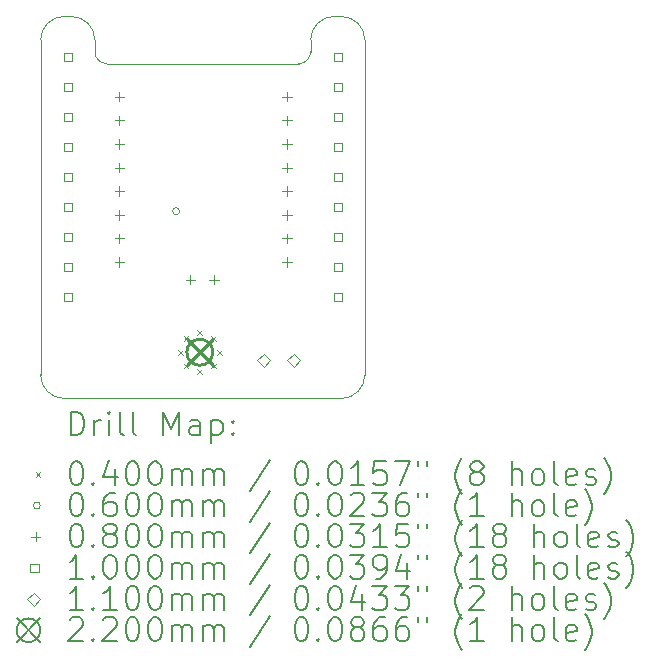
<source format=gbr>
%FSLAX45Y45*%
G04 Gerber Fmt 4.5, Leading zero omitted, Abs format (unit mm)*
G04 Created by KiCad (PCBNEW (6.0.2)) date 2022-09-29 23:54:31*
%MOMM*%
%LPD*%
G01*
G04 APERTURE LIST*
%TA.AperFunction,Profile*%
%ADD10C,0.050000*%
%TD*%
%ADD11C,0.200000*%
%ADD12C,0.040000*%
%ADD13C,0.060000*%
%ADD14C,0.080000*%
%ADD15C,0.100000*%
%ADD16C,0.110000*%
%ADD17C,0.220000*%
G04 APERTURE END LIST*
D10*
X13632000Y-9435000D02*
X13632000Y-6600000D01*
X14092000Y-6600000D02*
G75*
G03*
X13892000Y-6400000I-200000J0D01*
G01*
X16118000Y-6400000D02*
G75*
G03*
X15918000Y-6600000I0J-200000D01*
G01*
X16118000Y-6400000D02*
X16178000Y-6400000D01*
X14192000Y-6800000D02*
X15818000Y-6800000D01*
X14092000Y-6600000D02*
X14092000Y-6700000D01*
X16178000Y-9635000D02*
G75*
G03*
X16378000Y-9435000I0J200000D01*
G01*
X16378000Y-6600000D02*
G75*
G03*
X16178000Y-6400000I-200000J0D01*
G01*
X14092000Y-6700000D02*
G75*
G03*
X14192000Y-6800000I100000J0D01*
G01*
X15918000Y-6600000D02*
X15918000Y-6700000D01*
X13632000Y-9435000D02*
G75*
G03*
X13832000Y-9635000I200000J0D01*
G01*
X13832000Y-6400000D02*
X13892000Y-6400000D01*
X15818000Y-6800000D02*
G75*
G03*
X15918000Y-6700000I0J100000D01*
G01*
X16178000Y-9635000D02*
X13832000Y-9635000D01*
X13832000Y-6400000D02*
G75*
G03*
X13632000Y-6600000I0J-200000D01*
G01*
X16378000Y-6600000D02*
X16378000Y-9435000D01*
D11*
D12*
X14795000Y-9224000D02*
X14835000Y-9264000D01*
X14835000Y-9224000D02*
X14795000Y-9264000D01*
X14843327Y-9107327D02*
X14883327Y-9147327D01*
X14883327Y-9107327D02*
X14843327Y-9147327D01*
X14843327Y-9340673D02*
X14883327Y-9380673D01*
X14883327Y-9340673D02*
X14843327Y-9380673D01*
X14960000Y-9059000D02*
X15000000Y-9099000D01*
X15000000Y-9059000D02*
X14960000Y-9099000D01*
X14960000Y-9389000D02*
X15000000Y-9429000D01*
X15000000Y-9389000D02*
X14960000Y-9429000D01*
X15076673Y-9107327D02*
X15116673Y-9147327D01*
X15116673Y-9107327D02*
X15076673Y-9147327D01*
X15076673Y-9340673D02*
X15116673Y-9380673D01*
X15116673Y-9340673D02*
X15076673Y-9380673D01*
X15125000Y-9224000D02*
X15165000Y-9264000D01*
X15165000Y-9224000D02*
X15125000Y-9264000D01*
D13*
X14810000Y-8050000D02*
G75*
G03*
X14810000Y-8050000I-30000J0D01*
G01*
D14*
X14300000Y-7040000D02*
X14300000Y-7120000D01*
X14260000Y-7080000D02*
X14340000Y-7080000D01*
X14300000Y-7240000D02*
X14300000Y-7320000D01*
X14260000Y-7280000D02*
X14340000Y-7280000D01*
X14300000Y-7440000D02*
X14300000Y-7520000D01*
X14260000Y-7480000D02*
X14340000Y-7480000D01*
X14300000Y-7640000D02*
X14300000Y-7720000D01*
X14260000Y-7680000D02*
X14340000Y-7680000D01*
X14300000Y-7840000D02*
X14300000Y-7920000D01*
X14260000Y-7880000D02*
X14340000Y-7880000D01*
X14300000Y-8040000D02*
X14300000Y-8120000D01*
X14260000Y-8080000D02*
X14340000Y-8080000D01*
X14300000Y-8240000D02*
X14300000Y-8320000D01*
X14260000Y-8280000D02*
X14340000Y-8280000D01*
X14300000Y-8440000D02*
X14300000Y-8520000D01*
X14260000Y-8480000D02*
X14340000Y-8480000D01*
X14900000Y-8590000D02*
X14900000Y-8670000D01*
X14860000Y-8630000D02*
X14940000Y-8630000D01*
X15100000Y-8590000D02*
X15100000Y-8670000D01*
X15060000Y-8630000D02*
X15140000Y-8630000D01*
X15720000Y-7040000D02*
X15720000Y-7120000D01*
X15680000Y-7080000D02*
X15760000Y-7080000D01*
X15720000Y-7240000D02*
X15720000Y-7320000D01*
X15680000Y-7280000D02*
X15760000Y-7280000D01*
X15720000Y-7440000D02*
X15720000Y-7520000D01*
X15680000Y-7480000D02*
X15760000Y-7480000D01*
X15720000Y-7640000D02*
X15720000Y-7720000D01*
X15680000Y-7680000D02*
X15760000Y-7680000D01*
X15720000Y-7840000D02*
X15720000Y-7920000D01*
X15680000Y-7880000D02*
X15760000Y-7880000D01*
X15720000Y-8040000D02*
X15720000Y-8120000D01*
X15680000Y-8080000D02*
X15760000Y-8080000D01*
X15720000Y-8240000D02*
X15720000Y-8320000D01*
X15680000Y-8280000D02*
X15760000Y-8280000D01*
X15720000Y-8440000D02*
X15720000Y-8520000D01*
X15680000Y-8480000D02*
X15760000Y-8480000D01*
D15*
X13897356Y-6780356D02*
X13897356Y-6709644D01*
X13826644Y-6709644D01*
X13826644Y-6780356D01*
X13897356Y-6780356D01*
X13897356Y-7034356D02*
X13897356Y-6963644D01*
X13826644Y-6963644D01*
X13826644Y-7034356D01*
X13897356Y-7034356D01*
X13897356Y-7288356D02*
X13897356Y-7217644D01*
X13826644Y-7217644D01*
X13826644Y-7288356D01*
X13897356Y-7288356D01*
X13897356Y-7542356D02*
X13897356Y-7471644D01*
X13826644Y-7471644D01*
X13826644Y-7542356D01*
X13897356Y-7542356D01*
X13897356Y-7796356D02*
X13897356Y-7725644D01*
X13826644Y-7725644D01*
X13826644Y-7796356D01*
X13897356Y-7796356D01*
X13897356Y-8050356D02*
X13897356Y-7979644D01*
X13826644Y-7979644D01*
X13826644Y-8050356D01*
X13897356Y-8050356D01*
X13897356Y-8304356D02*
X13897356Y-8233644D01*
X13826644Y-8233644D01*
X13826644Y-8304356D01*
X13897356Y-8304356D01*
X13897356Y-8558356D02*
X13897356Y-8487644D01*
X13826644Y-8487644D01*
X13826644Y-8558356D01*
X13897356Y-8558356D01*
X13897356Y-8812356D02*
X13897356Y-8741644D01*
X13826644Y-8741644D01*
X13826644Y-8812356D01*
X13897356Y-8812356D01*
X16183356Y-6780356D02*
X16183356Y-6709644D01*
X16112644Y-6709644D01*
X16112644Y-6780356D01*
X16183356Y-6780356D01*
X16183356Y-7034356D02*
X16183356Y-6963644D01*
X16112644Y-6963644D01*
X16112644Y-7034356D01*
X16183356Y-7034356D01*
X16183356Y-7288356D02*
X16183356Y-7217644D01*
X16112644Y-7217644D01*
X16112644Y-7288356D01*
X16183356Y-7288356D01*
X16183356Y-7542356D02*
X16183356Y-7471644D01*
X16112644Y-7471644D01*
X16112644Y-7542356D01*
X16183356Y-7542356D01*
X16183356Y-7796356D02*
X16183356Y-7725644D01*
X16112644Y-7725644D01*
X16112644Y-7796356D01*
X16183356Y-7796356D01*
X16183356Y-8050356D02*
X16183356Y-7979644D01*
X16112644Y-7979644D01*
X16112644Y-8050356D01*
X16183356Y-8050356D01*
X16183356Y-8304356D02*
X16183356Y-8233644D01*
X16112644Y-8233644D01*
X16112644Y-8304356D01*
X16183356Y-8304356D01*
X16183356Y-8558356D02*
X16183356Y-8487644D01*
X16112644Y-8487644D01*
X16112644Y-8558356D01*
X16183356Y-8558356D01*
X16183356Y-8812356D02*
X16183356Y-8741644D01*
X16112644Y-8741644D01*
X16112644Y-8812356D01*
X16183356Y-8812356D01*
D16*
X15520000Y-9365000D02*
X15575000Y-9310000D01*
X15520000Y-9255000D01*
X15465000Y-9310000D01*
X15520000Y-9365000D01*
X15774000Y-9365000D02*
X15829000Y-9310000D01*
X15774000Y-9255000D01*
X15719000Y-9310000D01*
X15774000Y-9365000D01*
D17*
X14870000Y-9134000D02*
X15090000Y-9354000D01*
X15090000Y-9134000D02*
X14870000Y-9354000D01*
X15090000Y-9244000D02*
G75*
G03*
X15090000Y-9244000I-110000J0D01*
G01*
D11*
X13887119Y-9947976D02*
X13887119Y-9747976D01*
X13934738Y-9747976D01*
X13963309Y-9757500D01*
X13982357Y-9776548D01*
X13991881Y-9795595D01*
X14001405Y-9833690D01*
X14001405Y-9862262D01*
X13991881Y-9900357D01*
X13982357Y-9919405D01*
X13963309Y-9938452D01*
X13934738Y-9947976D01*
X13887119Y-9947976D01*
X14087119Y-9947976D02*
X14087119Y-9814643D01*
X14087119Y-9852738D02*
X14096643Y-9833690D01*
X14106167Y-9824167D01*
X14125214Y-9814643D01*
X14144262Y-9814643D01*
X14210928Y-9947976D02*
X14210928Y-9814643D01*
X14210928Y-9747976D02*
X14201405Y-9757500D01*
X14210928Y-9767024D01*
X14220452Y-9757500D01*
X14210928Y-9747976D01*
X14210928Y-9767024D01*
X14334738Y-9947976D02*
X14315690Y-9938452D01*
X14306167Y-9919405D01*
X14306167Y-9747976D01*
X14439500Y-9947976D02*
X14420452Y-9938452D01*
X14410928Y-9919405D01*
X14410928Y-9747976D01*
X14668071Y-9947976D02*
X14668071Y-9747976D01*
X14734738Y-9890833D01*
X14801405Y-9747976D01*
X14801405Y-9947976D01*
X14982357Y-9947976D02*
X14982357Y-9843214D01*
X14972833Y-9824167D01*
X14953786Y-9814643D01*
X14915690Y-9814643D01*
X14896643Y-9824167D01*
X14982357Y-9938452D02*
X14963309Y-9947976D01*
X14915690Y-9947976D01*
X14896643Y-9938452D01*
X14887119Y-9919405D01*
X14887119Y-9900357D01*
X14896643Y-9881310D01*
X14915690Y-9871786D01*
X14963309Y-9871786D01*
X14982357Y-9862262D01*
X15077595Y-9814643D02*
X15077595Y-10014643D01*
X15077595Y-9824167D02*
X15096643Y-9814643D01*
X15134738Y-9814643D01*
X15153786Y-9824167D01*
X15163309Y-9833690D01*
X15172833Y-9852738D01*
X15172833Y-9909881D01*
X15163309Y-9928929D01*
X15153786Y-9938452D01*
X15134738Y-9947976D01*
X15096643Y-9947976D01*
X15077595Y-9938452D01*
X15258548Y-9928929D02*
X15268071Y-9938452D01*
X15258548Y-9947976D01*
X15249024Y-9938452D01*
X15258548Y-9928929D01*
X15258548Y-9947976D01*
X15258548Y-9824167D02*
X15268071Y-9833690D01*
X15258548Y-9843214D01*
X15249024Y-9833690D01*
X15258548Y-9824167D01*
X15258548Y-9843214D01*
D12*
X13589500Y-10257500D02*
X13629500Y-10297500D01*
X13629500Y-10257500D02*
X13589500Y-10297500D01*
D11*
X13925214Y-10167976D02*
X13944262Y-10167976D01*
X13963309Y-10177500D01*
X13972833Y-10187024D01*
X13982357Y-10206071D01*
X13991881Y-10244167D01*
X13991881Y-10291786D01*
X13982357Y-10329881D01*
X13972833Y-10348929D01*
X13963309Y-10358452D01*
X13944262Y-10367976D01*
X13925214Y-10367976D01*
X13906167Y-10358452D01*
X13896643Y-10348929D01*
X13887119Y-10329881D01*
X13877595Y-10291786D01*
X13877595Y-10244167D01*
X13887119Y-10206071D01*
X13896643Y-10187024D01*
X13906167Y-10177500D01*
X13925214Y-10167976D01*
X14077595Y-10348929D02*
X14087119Y-10358452D01*
X14077595Y-10367976D01*
X14068071Y-10358452D01*
X14077595Y-10348929D01*
X14077595Y-10367976D01*
X14258548Y-10234643D02*
X14258548Y-10367976D01*
X14210928Y-10158452D02*
X14163309Y-10301310D01*
X14287119Y-10301310D01*
X14401405Y-10167976D02*
X14420452Y-10167976D01*
X14439500Y-10177500D01*
X14449024Y-10187024D01*
X14458548Y-10206071D01*
X14468071Y-10244167D01*
X14468071Y-10291786D01*
X14458548Y-10329881D01*
X14449024Y-10348929D01*
X14439500Y-10358452D01*
X14420452Y-10367976D01*
X14401405Y-10367976D01*
X14382357Y-10358452D01*
X14372833Y-10348929D01*
X14363309Y-10329881D01*
X14353786Y-10291786D01*
X14353786Y-10244167D01*
X14363309Y-10206071D01*
X14372833Y-10187024D01*
X14382357Y-10177500D01*
X14401405Y-10167976D01*
X14591881Y-10167976D02*
X14610928Y-10167976D01*
X14629976Y-10177500D01*
X14639500Y-10187024D01*
X14649024Y-10206071D01*
X14658548Y-10244167D01*
X14658548Y-10291786D01*
X14649024Y-10329881D01*
X14639500Y-10348929D01*
X14629976Y-10358452D01*
X14610928Y-10367976D01*
X14591881Y-10367976D01*
X14572833Y-10358452D01*
X14563309Y-10348929D01*
X14553786Y-10329881D01*
X14544262Y-10291786D01*
X14544262Y-10244167D01*
X14553786Y-10206071D01*
X14563309Y-10187024D01*
X14572833Y-10177500D01*
X14591881Y-10167976D01*
X14744262Y-10367976D02*
X14744262Y-10234643D01*
X14744262Y-10253690D02*
X14753786Y-10244167D01*
X14772833Y-10234643D01*
X14801405Y-10234643D01*
X14820452Y-10244167D01*
X14829976Y-10263214D01*
X14829976Y-10367976D01*
X14829976Y-10263214D02*
X14839500Y-10244167D01*
X14858548Y-10234643D01*
X14887119Y-10234643D01*
X14906167Y-10244167D01*
X14915690Y-10263214D01*
X14915690Y-10367976D01*
X15010928Y-10367976D02*
X15010928Y-10234643D01*
X15010928Y-10253690D02*
X15020452Y-10244167D01*
X15039500Y-10234643D01*
X15068071Y-10234643D01*
X15087119Y-10244167D01*
X15096643Y-10263214D01*
X15096643Y-10367976D01*
X15096643Y-10263214D02*
X15106167Y-10244167D01*
X15125214Y-10234643D01*
X15153786Y-10234643D01*
X15172833Y-10244167D01*
X15182357Y-10263214D01*
X15182357Y-10367976D01*
X15572833Y-10158452D02*
X15401405Y-10415595D01*
X15829976Y-10167976D02*
X15849024Y-10167976D01*
X15868071Y-10177500D01*
X15877595Y-10187024D01*
X15887119Y-10206071D01*
X15896643Y-10244167D01*
X15896643Y-10291786D01*
X15887119Y-10329881D01*
X15877595Y-10348929D01*
X15868071Y-10358452D01*
X15849024Y-10367976D01*
X15829976Y-10367976D01*
X15810928Y-10358452D01*
X15801405Y-10348929D01*
X15791881Y-10329881D01*
X15782357Y-10291786D01*
X15782357Y-10244167D01*
X15791881Y-10206071D01*
X15801405Y-10187024D01*
X15810928Y-10177500D01*
X15829976Y-10167976D01*
X15982357Y-10348929D02*
X15991881Y-10358452D01*
X15982357Y-10367976D01*
X15972833Y-10358452D01*
X15982357Y-10348929D01*
X15982357Y-10367976D01*
X16115690Y-10167976D02*
X16134738Y-10167976D01*
X16153786Y-10177500D01*
X16163309Y-10187024D01*
X16172833Y-10206071D01*
X16182357Y-10244167D01*
X16182357Y-10291786D01*
X16172833Y-10329881D01*
X16163309Y-10348929D01*
X16153786Y-10358452D01*
X16134738Y-10367976D01*
X16115690Y-10367976D01*
X16096643Y-10358452D01*
X16087119Y-10348929D01*
X16077595Y-10329881D01*
X16068071Y-10291786D01*
X16068071Y-10244167D01*
X16077595Y-10206071D01*
X16087119Y-10187024D01*
X16096643Y-10177500D01*
X16115690Y-10167976D01*
X16372833Y-10367976D02*
X16258548Y-10367976D01*
X16315690Y-10367976D02*
X16315690Y-10167976D01*
X16296643Y-10196548D01*
X16277595Y-10215595D01*
X16258548Y-10225119D01*
X16553786Y-10167976D02*
X16458548Y-10167976D01*
X16449024Y-10263214D01*
X16458548Y-10253690D01*
X16477595Y-10244167D01*
X16525214Y-10244167D01*
X16544262Y-10253690D01*
X16553786Y-10263214D01*
X16563309Y-10282262D01*
X16563309Y-10329881D01*
X16553786Y-10348929D01*
X16544262Y-10358452D01*
X16525214Y-10367976D01*
X16477595Y-10367976D01*
X16458548Y-10358452D01*
X16449024Y-10348929D01*
X16629976Y-10167976D02*
X16763309Y-10167976D01*
X16677595Y-10367976D01*
X16829976Y-10167976D02*
X16829976Y-10206071D01*
X16906167Y-10167976D02*
X16906167Y-10206071D01*
X17201405Y-10444167D02*
X17191881Y-10434643D01*
X17172833Y-10406071D01*
X17163310Y-10387024D01*
X17153786Y-10358452D01*
X17144262Y-10310833D01*
X17144262Y-10272738D01*
X17153786Y-10225119D01*
X17163310Y-10196548D01*
X17172833Y-10177500D01*
X17191881Y-10148929D01*
X17201405Y-10139405D01*
X17306167Y-10253690D02*
X17287119Y-10244167D01*
X17277595Y-10234643D01*
X17268071Y-10215595D01*
X17268071Y-10206071D01*
X17277595Y-10187024D01*
X17287119Y-10177500D01*
X17306167Y-10167976D01*
X17344262Y-10167976D01*
X17363310Y-10177500D01*
X17372833Y-10187024D01*
X17382357Y-10206071D01*
X17382357Y-10215595D01*
X17372833Y-10234643D01*
X17363310Y-10244167D01*
X17344262Y-10253690D01*
X17306167Y-10253690D01*
X17287119Y-10263214D01*
X17277595Y-10272738D01*
X17268071Y-10291786D01*
X17268071Y-10329881D01*
X17277595Y-10348929D01*
X17287119Y-10358452D01*
X17306167Y-10367976D01*
X17344262Y-10367976D01*
X17363310Y-10358452D01*
X17372833Y-10348929D01*
X17382357Y-10329881D01*
X17382357Y-10291786D01*
X17372833Y-10272738D01*
X17363310Y-10263214D01*
X17344262Y-10253690D01*
X17620452Y-10367976D02*
X17620452Y-10167976D01*
X17706167Y-10367976D02*
X17706167Y-10263214D01*
X17696643Y-10244167D01*
X17677595Y-10234643D01*
X17649024Y-10234643D01*
X17629976Y-10244167D01*
X17620452Y-10253690D01*
X17829976Y-10367976D02*
X17810929Y-10358452D01*
X17801405Y-10348929D01*
X17791881Y-10329881D01*
X17791881Y-10272738D01*
X17801405Y-10253690D01*
X17810929Y-10244167D01*
X17829976Y-10234643D01*
X17858548Y-10234643D01*
X17877595Y-10244167D01*
X17887119Y-10253690D01*
X17896643Y-10272738D01*
X17896643Y-10329881D01*
X17887119Y-10348929D01*
X17877595Y-10358452D01*
X17858548Y-10367976D01*
X17829976Y-10367976D01*
X18010929Y-10367976D02*
X17991881Y-10358452D01*
X17982357Y-10339405D01*
X17982357Y-10167976D01*
X18163310Y-10358452D02*
X18144262Y-10367976D01*
X18106167Y-10367976D01*
X18087119Y-10358452D01*
X18077595Y-10339405D01*
X18077595Y-10263214D01*
X18087119Y-10244167D01*
X18106167Y-10234643D01*
X18144262Y-10234643D01*
X18163310Y-10244167D01*
X18172833Y-10263214D01*
X18172833Y-10282262D01*
X18077595Y-10301310D01*
X18249024Y-10358452D02*
X18268071Y-10367976D01*
X18306167Y-10367976D01*
X18325214Y-10358452D01*
X18334738Y-10339405D01*
X18334738Y-10329881D01*
X18325214Y-10310833D01*
X18306167Y-10301310D01*
X18277595Y-10301310D01*
X18258548Y-10291786D01*
X18249024Y-10272738D01*
X18249024Y-10263214D01*
X18258548Y-10244167D01*
X18277595Y-10234643D01*
X18306167Y-10234643D01*
X18325214Y-10244167D01*
X18401405Y-10444167D02*
X18410929Y-10434643D01*
X18429976Y-10406071D01*
X18439500Y-10387024D01*
X18449024Y-10358452D01*
X18458548Y-10310833D01*
X18458548Y-10272738D01*
X18449024Y-10225119D01*
X18439500Y-10196548D01*
X18429976Y-10177500D01*
X18410929Y-10148929D01*
X18401405Y-10139405D01*
D13*
X13629500Y-10541500D02*
G75*
G03*
X13629500Y-10541500I-30000J0D01*
G01*
D11*
X13925214Y-10431976D02*
X13944262Y-10431976D01*
X13963309Y-10441500D01*
X13972833Y-10451024D01*
X13982357Y-10470071D01*
X13991881Y-10508167D01*
X13991881Y-10555786D01*
X13982357Y-10593881D01*
X13972833Y-10612929D01*
X13963309Y-10622452D01*
X13944262Y-10631976D01*
X13925214Y-10631976D01*
X13906167Y-10622452D01*
X13896643Y-10612929D01*
X13887119Y-10593881D01*
X13877595Y-10555786D01*
X13877595Y-10508167D01*
X13887119Y-10470071D01*
X13896643Y-10451024D01*
X13906167Y-10441500D01*
X13925214Y-10431976D01*
X14077595Y-10612929D02*
X14087119Y-10622452D01*
X14077595Y-10631976D01*
X14068071Y-10622452D01*
X14077595Y-10612929D01*
X14077595Y-10631976D01*
X14258548Y-10431976D02*
X14220452Y-10431976D01*
X14201405Y-10441500D01*
X14191881Y-10451024D01*
X14172833Y-10479595D01*
X14163309Y-10517690D01*
X14163309Y-10593881D01*
X14172833Y-10612929D01*
X14182357Y-10622452D01*
X14201405Y-10631976D01*
X14239500Y-10631976D01*
X14258548Y-10622452D01*
X14268071Y-10612929D01*
X14277595Y-10593881D01*
X14277595Y-10546262D01*
X14268071Y-10527214D01*
X14258548Y-10517690D01*
X14239500Y-10508167D01*
X14201405Y-10508167D01*
X14182357Y-10517690D01*
X14172833Y-10527214D01*
X14163309Y-10546262D01*
X14401405Y-10431976D02*
X14420452Y-10431976D01*
X14439500Y-10441500D01*
X14449024Y-10451024D01*
X14458548Y-10470071D01*
X14468071Y-10508167D01*
X14468071Y-10555786D01*
X14458548Y-10593881D01*
X14449024Y-10612929D01*
X14439500Y-10622452D01*
X14420452Y-10631976D01*
X14401405Y-10631976D01*
X14382357Y-10622452D01*
X14372833Y-10612929D01*
X14363309Y-10593881D01*
X14353786Y-10555786D01*
X14353786Y-10508167D01*
X14363309Y-10470071D01*
X14372833Y-10451024D01*
X14382357Y-10441500D01*
X14401405Y-10431976D01*
X14591881Y-10431976D02*
X14610928Y-10431976D01*
X14629976Y-10441500D01*
X14639500Y-10451024D01*
X14649024Y-10470071D01*
X14658548Y-10508167D01*
X14658548Y-10555786D01*
X14649024Y-10593881D01*
X14639500Y-10612929D01*
X14629976Y-10622452D01*
X14610928Y-10631976D01*
X14591881Y-10631976D01*
X14572833Y-10622452D01*
X14563309Y-10612929D01*
X14553786Y-10593881D01*
X14544262Y-10555786D01*
X14544262Y-10508167D01*
X14553786Y-10470071D01*
X14563309Y-10451024D01*
X14572833Y-10441500D01*
X14591881Y-10431976D01*
X14744262Y-10631976D02*
X14744262Y-10498643D01*
X14744262Y-10517690D02*
X14753786Y-10508167D01*
X14772833Y-10498643D01*
X14801405Y-10498643D01*
X14820452Y-10508167D01*
X14829976Y-10527214D01*
X14829976Y-10631976D01*
X14829976Y-10527214D02*
X14839500Y-10508167D01*
X14858548Y-10498643D01*
X14887119Y-10498643D01*
X14906167Y-10508167D01*
X14915690Y-10527214D01*
X14915690Y-10631976D01*
X15010928Y-10631976D02*
X15010928Y-10498643D01*
X15010928Y-10517690D02*
X15020452Y-10508167D01*
X15039500Y-10498643D01*
X15068071Y-10498643D01*
X15087119Y-10508167D01*
X15096643Y-10527214D01*
X15096643Y-10631976D01*
X15096643Y-10527214D02*
X15106167Y-10508167D01*
X15125214Y-10498643D01*
X15153786Y-10498643D01*
X15172833Y-10508167D01*
X15182357Y-10527214D01*
X15182357Y-10631976D01*
X15572833Y-10422452D02*
X15401405Y-10679595D01*
X15829976Y-10431976D02*
X15849024Y-10431976D01*
X15868071Y-10441500D01*
X15877595Y-10451024D01*
X15887119Y-10470071D01*
X15896643Y-10508167D01*
X15896643Y-10555786D01*
X15887119Y-10593881D01*
X15877595Y-10612929D01*
X15868071Y-10622452D01*
X15849024Y-10631976D01*
X15829976Y-10631976D01*
X15810928Y-10622452D01*
X15801405Y-10612929D01*
X15791881Y-10593881D01*
X15782357Y-10555786D01*
X15782357Y-10508167D01*
X15791881Y-10470071D01*
X15801405Y-10451024D01*
X15810928Y-10441500D01*
X15829976Y-10431976D01*
X15982357Y-10612929D02*
X15991881Y-10622452D01*
X15982357Y-10631976D01*
X15972833Y-10622452D01*
X15982357Y-10612929D01*
X15982357Y-10631976D01*
X16115690Y-10431976D02*
X16134738Y-10431976D01*
X16153786Y-10441500D01*
X16163309Y-10451024D01*
X16172833Y-10470071D01*
X16182357Y-10508167D01*
X16182357Y-10555786D01*
X16172833Y-10593881D01*
X16163309Y-10612929D01*
X16153786Y-10622452D01*
X16134738Y-10631976D01*
X16115690Y-10631976D01*
X16096643Y-10622452D01*
X16087119Y-10612929D01*
X16077595Y-10593881D01*
X16068071Y-10555786D01*
X16068071Y-10508167D01*
X16077595Y-10470071D01*
X16087119Y-10451024D01*
X16096643Y-10441500D01*
X16115690Y-10431976D01*
X16258548Y-10451024D02*
X16268071Y-10441500D01*
X16287119Y-10431976D01*
X16334738Y-10431976D01*
X16353786Y-10441500D01*
X16363309Y-10451024D01*
X16372833Y-10470071D01*
X16372833Y-10489119D01*
X16363309Y-10517690D01*
X16249024Y-10631976D01*
X16372833Y-10631976D01*
X16439500Y-10431976D02*
X16563309Y-10431976D01*
X16496643Y-10508167D01*
X16525214Y-10508167D01*
X16544262Y-10517690D01*
X16553786Y-10527214D01*
X16563309Y-10546262D01*
X16563309Y-10593881D01*
X16553786Y-10612929D01*
X16544262Y-10622452D01*
X16525214Y-10631976D01*
X16468071Y-10631976D01*
X16449024Y-10622452D01*
X16439500Y-10612929D01*
X16734738Y-10431976D02*
X16696643Y-10431976D01*
X16677595Y-10441500D01*
X16668071Y-10451024D01*
X16649024Y-10479595D01*
X16639500Y-10517690D01*
X16639500Y-10593881D01*
X16649024Y-10612929D01*
X16658548Y-10622452D01*
X16677595Y-10631976D01*
X16715690Y-10631976D01*
X16734738Y-10622452D01*
X16744262Y-10612929D01*
X16753786Y-10593881D01*
X16753786Y-10546262D01*
X16744262Y-10527214D01*
X16734738Y-10517690D01*
X16715690Y-10508167D01*
X16677595Y-10508167D01*
X16658548Y-10517690D01*
X16649024Y-10527214D01*
X16639500Y-10546262D01*
X16829976Y-10431976D02*
X16829976Y-10470071D01*
X16906167Y-10431976D02*
X16906167Y-10470071D01*
X17201405Y-10708167D02*
X17191881Y-10698643D01*
X17172833Y-10670071D01*
X17163310Y-10651024D01*
X17153786Y-10622452D01*
X17144262Y-10574833D01*
X17144262Y-10536738D01*
X17153786Y-10489119D01*
X17163310Y-10460548D01*
X17172833Y-10441500D01*
X17191881Y-10412929D01*
X17201405Y-10403405D01*
X17382357Y-10631976D02*
X17268071Y-10631976D01*
X17325214Y-10631976D02*
X17325214Y-10431976D01*
X17306167Y-10460548D01*
X17287119Y-10479595D01*
X17268071Y-10489119D01*
X17620452Y-10631976D02*
X17620452Y-10431976D01*
X17706167Y-10631976D02*
X17706167Y-10527214D01*
X17696643Y-10508167D01*
X17677595Y-10498643D01*
X17649024Y-10498643D01*
X17629976Y-10508167D01*
X17620452Y-10517690D01*
X17829976Y-10631976D02*
X17810929Y-10622452D01*
X17801405Y-10612929D01*
X17791881Y-10593881D01*
X17791881Y-10536738D01*
X17801405Y-10517690D01*
X17810929Y-10508167D01*
X17829976Y-10498643D01*
X17858548Y-10498643D01*
X17877595Y-10508167D01*
X17887119Y-10517690D01*
X17896643Y-10536738D01*
X17896643Y-10593881D01*
X17887119Y-10612929D01*
X17877595Y-10622452D01*
X17858548Y-10631976D01*
X17829976Y-10631976D01*
X18010929Y-10631976D02*
X17991881Y-10622452D01*
X17982357Y-10603405D01*
X17982357Y-10431976D01*
X18163310Y-10622452D02*
X18144262Y-10631976D01*
X18106167Y-10631976D01*
X18087119Y-10622452D01*
X18077595Y-10603405D01*
X18077595Y-10527214D01*
X18087119Y-10508167D01*
X18106167Y-10498643D01*
X18144262Y-10498643D01*
X18163310Y-10508167D01*
X18172833Y-10527214D01*
X18172833Y-10546262D01*
X18077595Y-10565310D01*
X18239500Y-10708167D02*
X18249024Y-10698643D01*
X18268071Y-10670071D01*
X18277595Y-10651024D01*
X18287119Y-10622452D01*
X18296643Y-10574833D01*
X18296643Y-10536738D01*
X18287119Y-10489119D01*
X18277595Y-10460548D01*
X18268071Y-10441500D01*
X18249024Y-10412929D01*
X18239500Y-10403405D01*
D14*
X13589500Y-10765500D02*
X13589500Y-10845500D01*
X13549500Y-10805500D02*
X13629500Y-10805500D01*
D11*
X13925214Y-10695976D02*
X13944262Y-10695976D01*
X13963309Y-10705500D01*
X13972833Y-10715024D01*
X13982357Y-10734071D01*
X13991881Y-10772167D01*
X13991881Y-10819786D01*
X13982357Y-10857881D01*
X13972833Y-10876929D01*
X13963309Y-10886452D01*
X13944262Y-10895976D01*
X13925214Y-10895976D01*
X13906167Y-10886452D01*
X13896643Y-10876929D01*
X13887119Y-10857881D01*
X13877595Y-10819786D01*
X13877595Y-10772167D01*
X13887119Y-10734071D01*
X13896643Y-10715024D01*
X13906167Y-10705500D01*
X13925214Y-10695976D01*
X14077595Y-10876929D02*
X14087119Y-10886452D01*
X14077595Y-10895976D01*
X14068071Y-10886452D01*
X14077595Y-10876929D01*
X14077595Y-10895976D01*
X14201405Y-10781690D02*
X14182357Y-10772167D01*
X14172833Y-10762643D01*
X14163309Y-10743595D01*
X14163309Y-10734071D01*
X14172833Y-10715024D01*
X14182357Y-10705500D01*
X14201405Y-10695976D01*
X14239500Y-10695976D01*
X14258548Y-10705500D01*
X14268071Y-10715024D01*
X14277595Y-10734071D01*
X14277595Y-10743595D01*
X14268071Y-10762643D01*
X14258548Y-10772167D01*
X14239500Y-10781690D01*
X14201405Y-10781690D01*
X14182357Y-10791214D01*
X14172833Y-10800738D01*
X14163309Y-10819786D01*
X14163309Y-10857881D01*
X14172833Y-10876929D01*
X14182357Y-10886452D01*
X14201405Y-10895976D01*
X14239500Y-10895976D01*
X14258548Y-10886452D01*
X14268071Y-10876929D01*
X14277595Y-10857881D01*
X14277595Y-10819786D01*
X14268071Y-10800738D01*
X14258548Y-10791214D01*
X14239500Y-10781690D01*
X14401405Y-10695976D02*
X14420452Y-10695976D01*
X14439500Y-10705500D01*
X14449024Y-10715024D01*
X14458548Y-10734071D01*
X14468071Y-10772167D01*
X14468071Y-10819786D01*
X14458548Y-10857881D01*
X14449024Y-10876929D01*
X14439500Y-10886452D01*
X14420452Y-10895976D01*
X14401405Y-10895976D01*
X14382357Y-10886452D01*
X14372833Y-10876929D01*
X14363309Y-10857881D01*
X14353786Y-10819786D01*
X14353786Y-10772167D01*
X14363309Y-10734071D01*
X14372833Y-10715024D01*
X14382357Y-10705500D01*
X14401405Y-10695976D01*
X14591881Y-10695976D02*
X14610928Y-10695976D01*
X14629976Y-10705500D01*
X14639500Y-10715024D01*
X14649024Y-10734071D01*
X14658548Y-10772167D01*
X14658548Y-10819786D01*
X14649024Y-10857881D01*
X14639500Y-10876929D01*
X14629976Y-10886452D01*
X14610928Y-10895976D01*
X14591881Y-10895976D01*
X14572833Y-10886452D01*
X14563309Y-10876929D01*
X14553786Y-10857881D01*
X14544262Y-10819786D01*
X14544262Y-10772167D01*
X14553786Y-10734071D01*
X14563309Y-10715024D01*
X14572833Y-10705500D01*
X14591881Y-10695976D01*
X14744262Y-10895976D02*
X14744262Y-10762643D01*
X14744262Y-10781690D02*
X14753786Y-10772167D01*
X14772833Y-10762643D01*
X14801405Y-10762643D01*
X14820452Y-10772167D01*
X14829976Y-10791214D01*
X14829976Y-10895976D01*
X14829976Y-10791214D02*
X14839500Y-10772167D01*
X14858548Y-10762643D01*
X14887119Y-10762643D01*
X14906167Y-10772167D01*
X14915690Y-10791214D01*
X14915690Y-10895976D01*
X15010928Y-10895976D02*
X15010928Y-10762643D01*
X15010928Y-10781690D02*
X15020452Y-10772167D01*
X15039500Y-10762643D01*
X15068071Y-10762643D01*
X15087119Y-10772167D01*
X15096643Y-10791214D01*
X15096643Y-10895976D01*
X15096643Y-10791214D02*
X15106167Y-10772167D01*
X15125214Y-10762643D01*
X15153786Y-10762643D01*
X15172833Y-10772167D01*
X15182357Y-10791214D01*
X15182357Y-10895976D01*
X15572833Y-10686452D02*
X15401405Y-10943595D01*
X15829976Y-10695976D02*
X15849024Y-10695976D01*
X15868071Y-10705500D01*
X15877595Y-10715024D01*
X15887119Y-10734071D01*
X15896643Y-10772167D01*
X15896643Y-10819786D01*
X15887119Y-10857881D01*
X15877595Y-10876929D01*
X15868071Y-10886452D01*
X15849024Y-10895976D01*
X15829976Y-10895976D01*
X15810928Y-10886452D01*
X15801405Y-10876929D01*
X15791881Y-10857881D01*
X15782357Y-10819786D01*
X15782357Y-10772167D01*
X15791881Y-10734071D01*
X15801405Y-10715024D01*
X15810928Y-10705500D01*
X15829976Y-10695976D01*
X15982357Y-10876929D02*
X15991881Y-10886452D01*
X15982357Y-10895976D01*
X15972833Y-10886452D01*
X15982357Y-10876929D01*
X15982357Y-10895976D01*
X16115690Y-10695976D02*
X16134738Y-10695976D01*
X16153786Y-10705500D01*
X16163309Y-10715024D01*
X16172833Y-10734071D01*
X16182357Y-10772167D01*
X16182357Y-10819786D01*
X16172833Y-10857881D01*
X16163309Y-10876929D01*
X16153786Y-10886452D01*
X16134738Y-10895976D01*
X16115690Y-10895976D01*
X16096643Y-10886452D01*
X16087119Y-10876929D01*
X16077595Y-10857881D01*
X16068071Y-10819786D01*
X16068071Y-10772167D01*
X16077595Y-10734071D01*
X16087119Y-10715024D01*
X16096643Y-10705500D01*
X16115690Y-10695976D01*
X16249024Y-10695976D02*
X16372833Y-10695976D01*
X16306167Y-10772167D01*
X16334738Y-10772167D01*
X16353786Y-10781690D01*
X16363309Y-10791214D01*
X16372833Y-10810262D01*
X16372833Y-10857881D01*
X16363309Y-10876929D01*
X16353786Y-10886452D01*
X16334738Y-10895976D01*
X16277595Y-10895976D01*
X16258548Y-10886452D01*
X16249024Y-10876929D01*
X16563309Y-10895976D02*
X16449024Y-10895976D01*
X16506167Y-10895976D02*
X16506167Y-10695976D01*
X16487119Y-10724548D01*
X16468071Y-10743595D01*
X16449024Y-10753119D01*
X16744262Y-10695976D02*
X16649024Y-10695976D01*
X16639500Y-10791214D01*
X16649024Y-10781690D01*
X16668071Y-10772167D01*
X16715690Y-10772167D01*
X16734738Y-10781690D01*
X16744262Y-10791214D01*
X16753786Y-10810262D01*
X16753786Y-10857881D01*
X16744262Y-10876929D01*
X16734738Y-10886452D01*
X16715690Y-10895976D01*
X16668071Y-10895976D01*
X16649024Y-10886452D01*
X16639500Y-10876929D01*
X16829976Y-10695976D02*
X16829976Y-10734071D01*
X16906167Y-10695976D02*
X16906167Y-10734071D01*
X17201405Y-10972167D02*
X17191881Y-10962643D01*
X17172833Y-10934071D01*
X17163310Y-10915024D01*
X17153786Y-10886452D01*
X17144262Y-10838833D01*
X17144262Y-10800738D01*
X17153786Y-10753119D01*
X17163310Y-10724548D01*
X17172833Y-10705500D01*
X17191881Y-10676929D01*
X17201405Y-10667405D01*
X17382357Y-10895976D02*
X17268071Y-10895976D01*
X17325214Y-10895976D02*
X17325214Y-10695976D01*
X17306167Y-10724548D01*
X17287119Y-10743595D01*
X17268071Y-10753119D01*
X17496643Y-10781690D02*
X17477595Y-10772167D01*
X17468071Y-10762643D01*
X17458548Y-10743595D01*
X17458548Y-10734071D01*
X17468071Y-10715024D01*
X17477595Y-10705500D01*
X17496643Y-10695976D01*
X17534738Y-10695976D01*
X17553786Y-10705500D01*
X17563310Y-10715024D01*
X17572833Y-10734071D01*
X17572833Y-10743595D01*
X17563310Y-10762643D01*
X17553786Y-10772167D01*
X17534738Y-10781690D01*
X17496643Y-10781690D01*
X17477595Y-10791214D01*
X17468071Y-10800738D01*
X17458548Y-10819786D01*
X17458548Y-10857881D01*
X17468071Y-10876929D01*
X17477595Y-10886452D01*
X17496643Y-10895976D01*
X17534738Y-10895976D01*
X17553786Y-10886452D01*
X17563310Y-10876929D01*
X17572833Y-10857881D01*
X17572833Y-10819786D01*
X17563310Y-10800738D01*
X17553786Y-10791214D01*
X17534738Y-10781690D01*
X17810929Y-10895976D02*
X17810929Y-10695976D01*
X17896643Y-10895976D02*
X17896643Y-10791214D01*
X17887119Y-10772167D01*
X17868071Y-10762643D01*
X17839500Y-10762643D01*
X17820452Y-10772167D01*
X17810929Y-10781690D01*
X18020452Y-10895976D02*
X18001405Y-10886452D01*
X17991881Y-10876929D01*
X17982357Y-10857881D01*
X17982357Y-10800738D01*
X17991881Y-10781690D01*
X18001405Y-10772167D01*
X18020452Y-10762643D01*
X18049024Y-10762643D01*
X18068071Y-10772167D01*
X18077595Y-10781690D01*
X18087119Y-10800738D01*
X18087119Y-10857881D01*
X18077595Y-10876929D01*
X18068071Y-10886452D01*
X18049024Y-10895976D01*
X18020452Y-10895976D01*
X18201405Y-10895976D02*
X18182357Y-10886452D01*
X18172833Y-10867405D01*
X18172833Y-10695976D01*
X18353786Y-10886452D02*
X18334738Y-10895976D01*
X18296643Y-10895976D01*
X18277595Y-10886452D01*
X18268071Y-10867405D01*
X18268071Y-10791214D01*
X18277595Y-10772167D01*
X18296643Y-10762643D01*
X18334738Y-10762643D01*
X18353786Y-10772167D01*
X18363310Y-10791214D01*
X18363310Y-10810262D01*
X18268071Y-10829310D01*
X18439500Y-10886452D02*
X18458548Y-10895976D01*
X18496643Y-10895976D01*
X18515690Y-10886452D01*
X18525214Y-10867405D01*
X18525214Y-10857881D01*
X18515690Y-10838833D01*
X18496643Y-10829310D01*
X18468071Y-10829310D01*
X18449024Y-10819786D01*
X18439500Y-10800738D01*
X18439500Y-10791214D01*
X18449024Y-10772167D01*
X18468071Y-10762643D01*
X18496643Y-10762643D01*
X18515690Y-10772167D01*
X18591881Y-10972167D02*
X18601405Y-10962643D01*
X18620452Y-10934071D01*
X18629976Y-10915024D01*
X18639500Y-10886452D01*
X18649024Y-10838833D01*
X18649024Y-10800738D01*
X18639500Y-10753119D01*
X18629976Y-10724548D01*
X18620452Y-10705500D01*
X18601405Y-10676929D01*
X18591881Y-10667405D01*
D15*
X13614856Y-11104856D02*
X13614856Y-11034144D01*
X13544144Y-11034144D01*
X13544144Y-11104856D01*
X13614856Y-11104856D01*
D11*
X13991881Y-11159976D02*
X13877595Y-11159976D01*
X13934738Y-11159976D02*
X13934738Y-10959976D01*
X13915690Y-10988548D01*
X13896643Y-11007595D01*
X13877595Y-11017119D01*
X14077595Y-11140929D02*
X14087119Y-11150452D01*
X14077595Y-11159976D01*
X14068071Y-11150452D01*
X14077595Y-11140929D01*
X14077595Y-11159976D01*
X14210928Y-10959976D02*
X14229976Y-10959976D01*
X14249024Y-10969500D01*
X14258548Y-10979024D01*
X14268071Y-10998071D01*
X14277595Y-11036167D01*
X14277595Y-11083786D01*
X14268071Y-11121881D01*
X14258548Y-11140929D01*
X14249024Y-11150452D01*
X14229976Y-11159976D01*
X14210928Y-11159976D01*
X14191881Y-11150452D01*
X14182357Y-11140929D01*
X14172833Y-11121881D01*
X14163309Y-11083786D01*
X14163309Y-11036167D01*
X14172833Y-10998071D01*
X14182357Y-10979024D01*
X14191881Y-10969500D01*
X14210928Y-10959976D01*
X14401405Y-10959976D02*
X14420452Y-10959976D01*
X14439500Y-10969500D01*
X14449024Y-10979024D01*
X14458548Y-10998071D01*
X14468071Y-11036167D01*
X14468071Y-11083786D01*
X14458548Y-11121881D01*
X14449024Y-11140929D01*
X14439500Y-11150452D01*
X14420452Y-11159976D01*
X14401405Y-11159976D01*
X14382357Y-11150452D01*
X14372833Y-11140929D01*
X14363309Y-11121881D01*
X14353786Y-11083786D01*
X14353786Y-11036167D01*
X14363309Y-10998071D01*
X14372833Y-10979024D01*
X14382357Y-10969500D01*
X14401405Y-10959976D01*
X14591881Y-10959976D02*
X14610928Y-10959976D01*
X14629976Y-10969500D01*
X14639500Y-10979024D01*
X14649024Y-10998071D01*
X14658548Y-11036167D01*
X14658548Y-11083786D01*
X14649024Y-11121881D01*
X14639500Y-11140929D01*
X14629976Y-11150452D01*
X14610928Y-11159976D01*
X14591881Y-11159976D01*
X14572833Y-11150452D01*
X14563309Y-11140929D01*
X14553786Y-11121881D01*
X14544262Y-11083786D01*
X14544262Y-11036167D01*
X14553786Y-10998071D01*
X14563309Y-10979024D01*
X14572833Y-10969500D01*
X14591881Y-10959976D01*
X14744262Y-11159976D02*
X14744262Y-11026643D01*
X14744262Y-11045690D02*
X14753786Y-11036167D01*
X14772833Y-11026643D01*
X14801405Y-11026643D01*
X14820452Y-11036167D01*
X14829976Y-11055214D01*
X14829976Y-11159976D01*
X14829976Y-11055214D02*
X14839500Y-11036167D01*
X14858548Y-11026643D01*
X14887119Y-11026643D01*
X14906167Y-11036167D01*
X14915690Y-11055214D01*
X14915690Y-11159976D01*
X15010928Y-11159976D02*
X15010928Y-11026643D01*
X15010928Y-11045690D02*
X15020452Y-11036167D01*
X15039500Y-11026643D01*
X15068071Y-11026643D01*
X15087119Y-11036167D01*
X15096643Y-11055214D01*
X15096643Y-11159976D01*
X15096643Y-11055214D02*
X15106167Y-11036167D01*
X15125214Y-11026643D01*
X15153786Y-11026643D01*
X15172833Y-11036167D01*
X15182357Y-11055214D01*
X15182357Y-11159976D01*
X15572833Y-10950452D02*
X15401405Y-11207595D01*
X15829976Y-10959976D02*
X15849024Y-10959976D01*
X15868071Y-10969500D01*
X15877595Y-10979024D01*
X15887119Y-10998071D01*
X15896643Y-11036167D01*
X15896643Y-11083786D01*
X15887119Y-11121881D01*
X15877595Y-11140929D01*
X15868071Y-11150452D01*
X15849024Y-11159976D01*
X15829976Y-11159976D01*
X15810928Y-11150452D01*
X15801405Y-11140929D01*
X15791881Y-11121881D01*
X15782357Y-11083786D01*
X15782357Y-11036167D01*
X15791881Y-10998071D01*
X15801405Y-10979024D01*
X15810928Y-10969500D01*
X15829976Y-10959976D01*
X15982357Y-11140929D02*
X15991881Y-11150452D01*
X15982357Y-11159976D01*
X15972833Y-11150452D01*
X15982357Y-11140929D01*
X15982357Y-11159976D01*
X16115690Y-10959976D02*
X16134738Y-10959976D01*
X16153786Y-10969500D01*
X16163309Y-10979024D01*
X16172833Y-10998071D01*
X16182357Y-11036167D01*
X16182357Y-11083786D01*
X16172833Y-11121881D01*
X16163309Y-11140929D01*
X16153786Y-11150452D01*
X16134738Y-11159976D01*
X16115690Y-11159976D01*
X16096643Y-11150452D01*
X16087119Y-11140929D01*
X16077595Y-11121881D01*
X16068071Y-11083786D01*
X16068071Y-11036167D01*
X16077595Y-10998071D01*
X16087119Y-10979024D01*
X16096643Y-10969500D01*
X16115690Y-10959976D01*
X16249024Y-10959976D02*
X16372833Y-10959976D01*
X16306167Y-11036167D01*
X16334738Y-11036167D01*
X16353786Y-11045690D01*
X16363309Y-11055214D01*
X16372833Y-11074262D01*
X16372833Y-11121881D01*
X16363309Y-11140929D01*
X16353786Y-11150452D01*
X16334738Y-11159976D01*
X16277595Y-11159976D01*
X16258548Y-11150452D01*
X16249024Y-11140929D01*
X16468071Y-11159976D02*
X16506167Y-11159976D01*
X16525214Y-11150452D01*
X16534738Y-11140929D01*
X16553786Y-11112357D01*
X16563309Y-11074262D01*
X16563309Y-10998071D01*
X16553786Y-10979024D01*
X16544262Y-10969500D01*
X16525214Y-10959976D01*
X16487119Y-10959976D01*
X16468071Y-10969500D01*
X16458548Y-10979024D01*
X16449024Y-10998071D01*
X16449024Y-11045690D01*
X16458548Y-11064738D01*
X16468071Y-11074262D01*
X16487119Y-11083786D01*
X16525214Y-11083786D01*
X16544262Y-11074262D01*
X16553786Y-11064738D01*
X16563309Y-11045690D01*
X16734738Y-11026643D02*
X16734738Y-11159976D01*
X16687119Y-10950452D02*
X16639500Y-11093310D01*
X16763309Y-11093310D01*
X16829976Y-10959976D02*
X16829976Y-10998071D01*
X16906167Y-10959976D02*
X16906167Y-10998071D01*
X17201405Y-11236167D02*
X17191881Y-11226643D01*
X17172833Y-11198071D01*
X17163310Y-11179024D01*
X17153786Y-11150452D01*
X17144262Y-11102833D01*
X17144262Y-11064738D01*
X17153786Y-11017119D01*
X17163310Y-10988548D01*
X17172833Y-10969500D01*
X17191881Y-10940929D01*
X17201405Y-10931405D01*
X17382357Y-11159976D02*
X17268071Y-11159976D01*
X17325214Y-11159976D02*
X17325214Y-10959976D01*
X17306167Y-10988548D01*
X17287119Y-11007595D01*
X17268071Y-11017119D01*
X17496643Y-11045690D02*
X17477595Y-11036167D01*
X17468071Y-11026643D01*
X17458548Y-11007595D01*
X17458548Y-10998071D01*
X17468071Y-10979024D01*
X17477595Y-10969500D01*
X17496643Y-10959976D01*
X17534738Y-10959976D01*
X17553786Y-10969500D01*
X17563310Y-10979024D01*
X17572833Y-10998071D01*
X17572833Y-11007595D01*
X17563310Y-11026643D01*
X17553786Y-11036167D01*
X17534738Y-11045690D01*
X17496643Y-11045690D01*
X17477595Y-11055214D01*
X17468071Y-11064738D01*
X17458548Y-11083786D01*
X17458548Y-11121881D01*
X17468071Y-11140929D01*
X17477595Y-11150452D01*
X17496643Y-11159976D01*
X17534738Y-11159976D01*
X17553786Y-11150452D01*
X17563310Y-11140929D01*
X17572833Y-11121881D01*
X17572833Y-11083786D01*
X17563310Y-11064738D01*
X17553786Y-11055214D01*
X17534738Y-11045690D01*
X17810929Y-11159976D02*
X17810929Y-10959976D01*
X17896643Y-11159976D02*
X17896643Y-11055214D01*
X17887119Y-11036167D01*
X17868071Y-11026643D01*
X17839500Y-11026643D01*
X17820452Y-11036167D01*
X17810929Y-11045690D01*
X18020452Y-11159976D02*
X18001405Y-11150452D01*
X17991881Y-11140929D01*
X17982357Y-11121881D01*
X17982357Y-11064738D01*
X17991881Y-11045690D01*
X18001405Y-11036167D01*
X18020452Y-11026643D01*
X18049024Y-11026643D01*
X18068071Y-11036167D01*
X18077595Y-11045690D01*
X18087119Y-11064738D01*
X18087119Y-11121881D01*
X18077595Y-11140929D01*
X18068071Y-11150452D01*
X18049024Y-11159976D01*
X18020452Y-11159976D01*
X18201405Y-11159976D02*
X18182357Y-11150452D01*
X18172833Y-11131405D01*
X18172833Y-10959976D01*
X18353786Y-11150452D02*
X18334738Y-11159976D01*
X18296643Y-11159976D01*
X18277595Y-11150452D01*
X18268071Y-11131405D01*
X18268071Y-11055214D01*
X18277595Y-11036167D01*
X18296643Y-11026643D01*
X18334738Y-11026643D01*
X18353786Y-11036167D01*
X18363310Y-11055214D01*
X18363310Y-11074262D01*
X18268071Y-11093310D01*
X18439500Y-11150452D02*
X18458548Y-11159976D01*
X18496643Y-11159976D01*
X18515690Y-11150452D01*
X18525214Y-11131405D01*
X18525214Y-11121881D01*
X18515690Y-11102833D01*
X18496643Y-11093310D01*
X18468071Y-11093310D01*
X18449024Y-11083786D01*
X18439500Y-11064738D01*
X18439500Y-11055214D01*
X18449024Y-11036167D01*
X18468071Y-11026643D01*
X18496643Y-11026643D01*
X18515690Y-11036167D01*
X18591881Y-11236167D02*
X18601405Y-11226643D01*
X18620452Y-11198071D01*
X18629976Y-11179024D01*
X18639500Y-11150452D01*
X18649024Y-11102833D01*
X18649024Y-11064738D01*
X18639500Y-11017119D01*
X18629976Y-10988548D01*
X18620452Y-10969500D01*
X18601405Y-10940929D01*
X18591881Y-10931405D01*
D16*
X13574500Y-11388500D02*
X13629500Y-11333500D01*
X13574500Y-11278500D01*
X13519500Y-11333500D01*
X13574500Y-11388500D01*
D11*
X13991881Y-11423976D02*
X13877595Y-11423976D01*
X13934738Y-11423976D02*
X13934738Y-11223976D01*
X13915690Y-11252548D01*
X13896643Y-11271595D01*
X13877595Y-11281119D01*
X14077595Y-11404928D02*
X14087119Y-11414452D01*
X14077595Y-11423976D01*
X14068071Y-11414452D01*
X14077595Y-11404928D01*
X14077595Y-11423976D01*
X14277595Y-11423976D02*
X14163309Y-11423976D01*
X14220452Y-11423976D02*
X14220452Y-11223976D01*
X14201405Y-11252548D01*
X14182357Y-11271595D01*
X14163309Y-11281119D01*
X14401405Y-11223976D02*
X14420452Y-11223976D01*
X14439500Y-11233500D01*
X14449024Y-11243024D01*
X14458548Y-11262071D01*
X14468071Y-11300167D01*
X14468071Y-11347786D01*
X14458548Y-11385881D01*
X14449024Y-11404928D01*
X14439500Y-11414452D01*
X14420452Y-11423976D01*
X14401405Y-11423976D01*
X14382357Y-11414452D01*
X14372833Y-11404928D01*
X14363309Y-11385881D01*
X14353786Y-11347786D01*
X14353786Y-11300167D01*
X14363309Y-11262071D01*
X14372833Y-11243024D01*
X14382357Y-11233500D01*
X14401405Y-11223976D01*
X14591881Y-11223976D02*
X14610928Y-11223976D01*
X14629976Y-11233500D01*
X14639500Y-11243024D01*
X14649024Y-11262071D01*
X14658548Y-11300167D01*
X14658548Y-11347786D01*
X14649024Y-11385881D01*
X14639500Y-11404928D01*
X14629976Y-11414452D01*
X14610928Y-11423976D01*
X14591881Y-11423976D01*
X14572833Y-11414452D01*
X14563309Y-11404928D01*
X14553786Y-11385881D01*
X14544262Y-11347786D01*
X14544262Y-11300167D01*
X14553786Y-11262071D01*
X14563309Y-11243024D01*
X14572833Y-11233500D01*
X14591881Y-11223976D01*
X14744262Y-11423976D02*
X14744262Y-11290643D01*
X14744262Y-11309690D02*
X14753786Y-11300167D01*
X14772833Y-11290643D01*
X14801405Y-11290643D01*
X14820452Y-11300167D01*
X14829976Y-11319214D01*
X14829976Y-11423976D01*
X14829976Y-11319214D02*
X14839500Y-11300167D01*
X14858548Y-11290643D01*
X14887119Y-11290643D01*
X14906167Y-11300167D01*
X14915690Y-11319214D01*
X14915690Y-11423976D01*
X15010928Y-11423976D02*
X15010928Y-11290643D01*
X15010928Y-11309690D02*
X15020452Y-11300167D01*
X15039500Y-11290643D01*
X15068071Y-11290643D01*
X15087119Y-11300167D01*
X15096643Y-11319214D01*
X15096643Y-11423976D01*
X15096643Y-11319214D02*
X15106167Y-11300167D01*
X15125214Y-11290643D01*
X15153786Y-11290643D01*
X15172833Y-11300167D01*
X15182357Y-11319214D01*
X15182357Y-11423976D01*
X15572833Y-11214452D02*
X15401405Y-11471595D01*
X15829976Y-11223976D02*
X15849024Y-11223976D01*
X15868071Y-11233500D01*
X15877595Y-11243024D01*
X15887119Y-11262071D01*
X15896643Y-11300167D01*
X15896643Y-11347786D01*
X15887119Y-11385881D01*
X15877595Y-11404928D01*
X15868071Y-11414452D01*
X15849024Y-11423976D01*
X15829976Y-11423976D01*
X15810928Y-11414452D01*
X15801405Y-11404928D01*
X15791881Y-11385881D01*
X15782357Y-11347786D01*
X15782357Y-11300167D01*
X15791881Y-11262071D01*
X15801405Y-11243024D01*
X15810928Y-11233500D01*
X15829976Y-11223976D01*
X15982357Y-11404928D02*
X15991881Y-11414452D01*
X15982357Y-11423976D01*
X15972833Y-11414452D01*
X15982357Y-11404928D01*
X15982357Y-11423976D01*
X16115690Y-11223976D02*
X16134738Y-11223976D01*
X16153786Y-11233500D01*
X16163309Y-11243024D01*
X16172833Y-11262071D01*
X16182357Y-11300167D01*
X16182357Y-11347786D01*
X16172833Y-11385881D01*
X16163309Y-11404928D01*
X16153786Y-11414452D01*
X16134738Y-11423976D01*
X16115690Y-11423976D01*
X16096643Y-11414452D01*
X16087119Y-11404928D01*
X16077595Y-11385881D01*
X16068071Y-11347786D01*
X16068071Y-11300167D01*
X16077595Y-11262071D01*
X16087119Y-11243024D01*
X16096643Y-11233500D01*
X16115690Y-11223976D01*
X16353786Y-11290643D02*
X16353786Y-11423976D01*
X16306167Y-11214452D02*
X16258548Y-11357309D01*
X16382357Y-11357309D01*
X16439500Y-11223976D02*
X16563309Y-11223976D01*
X16496643Y-11300167D01*
X16525214Y-11300167D01*
X16544262Y-11309690D01*
X16553786Y-11319214D01*
X16563309Y-11338262D01*
X16563309Y-11385881D01*
X16553786Y-11404928D01*
X16544262Y-11414452D01*
X16525214Y-11423976D01*
X16468071Y-11423976D01*
X16449024Y-11414452D01*
X16439500Y-11404928D01*
X16629976Y-11223976D02*
X16753786Y-11223976D01*
X16687119Y-11300167D01*
X16715690Y-11300167D01*
X16734738Y-11309690D01*
X16744262Y-11319214D01*
X16753786Y-11338262D01*
X16753786Y-11385881D01*
X16744262Y-11404928D01*
X16734738Y-11414452D01*
X16715690Y-11423976D01*
X16658548Y-11423976D01*
X16639500Y-11414452D01*
X16629976Y-11404928D01*
X16829976Y-11223976D02*
X16829976Y-11262071D01*
X16906167Y-11223976D02*
X16906167Y-11262071D01*
X17201405Y-11500167D02*
X17191881Y-11490643D01*
X17172833Y-11462071D01*
X17163310Y-11443024D01*
X17153786Y-11414452D01*
X17144262Y-11366833D01*
X17144262Y-11328738D01*
X17153786Y-11281119D01*
X17163310Y-11252548D01*
X17172833Y-11233500D01*
X17191881Y-11204928D01*
X17201405Y-11195405D01*
X17268071Y-11243024D02*
X17277595Y-11233500D01*
X17296643Y-11223976D01*
X17344262Y-11223976D01*
X17363310Y-11233500D01*
X17372833Y-11243024D01*
X17382357Y-11262071D01*
X17382357Y-11281119D01*
X17372833Y-11309690D01*
X17258548Y-11423976D01*
X17382357Y-11423976D01*
X17620452Y-11423976D02*
X17620452Y-11223976D01*
X17706167Y-11423976D02*
X17706167Y-11319214D01*
X17696643Y-11300167D01*
X17677595Y-11290643D01*
X17649024Y-11290643D01*
X17629976Y-11300167D01*
X17620452Y-11309690D01*
X17829976Y-11423976D02*
X17810929Y-11414452D01*
X17801405Y-11404928D01*
X17791881Y-11385881D01*
X17791881Y-11328738D01*
X17801405Y-11309690D01*
X17810929Y-11300167D01*
X17829976Y-11290643D01*
X17858548Y-11290643D01*
X17877595Y-11300167D01*
X17887119Y-11309690D01*
X17896643Y-11328738D01*
X17896643Y-11385881D01*
X17887119Y-11404928D01*
X17877595Y-11414452D01*
X17858548Y-11423976D01*
X17829976Y-11423976D01*
X18010929Y-11423976D02*
X17991881Y-11414452D01*
X17982357Y-11395405D01*
X17982357Y-11223976D01*
X18163310Y-11414452D02*
X18144262Y-11423976D01*
X18106167Y-11423976D01*
X18087119Y-11414452D01*
X18077595Y-11395405D01*
X18077595Y-11319214D01*
X18087119Y-11300167D01*
X18106167Y-11290643D01*
X18144262Y-11290643D01*
X18163310Y-11300167D01*
X18172833Y-11319214D01*
X18172833Y-11338262D01*
X18077595Y-11357309D01*
X18249024Y-11414452D02*
X18268071Y-11423976D01*
X18306167Y-11423976D01*
X18325214Y-11414452D01*
X18334738Y-11395405D01*
X18334738Y-11385881D01*
X18325214Y-11366833D01*
X18306167Y-11357309D01*
X18277595Y-11357309D01*
X18258548Y-11347786D01*
X18249024Y-11328738D01*
X18249024Y-11319214D01*
X18258548Y-11300167D01*
X18277595Y-11290643D01*
X18306167Y-11290643D01*
X18325214Y-11300167D01*
X18401405Y-11500167D02*
X18410929Y-11490643D01*
X18429976Y-11462071D01*
X18439500Y-11443024D01*
X18449024Y-11414452D01*
X18458548Y-11366833D01*
X18458548Y-11328738D01*
X18449024Y-11281119D01*
X18439500Y-11252548D01*
X18429976Y-11233500D01*
X18410929Y-11204928D01*
X18401405Y-11195405D01*
X13429500Y-11497500D02*
X13629500Y-11697500D01*
X13629500Y-11497500D02*
X13429500Y-11697500D01*
X13629500Y-11597500D02*
G75*
G03*
X13629500Y-11597500I-100000J0D01*
G01*
X13877595Y-11507024D02*
X13887119Y-11497500D01*
X13906167Y-11487976D01*
X13953786Y-11487976D01*
X13972833Y-11497500D01*
X13982357Y-11507024D01*
X13991881Y-11526071D01*
X13991881Y-11545119D01*
X13982357Y-11573690D01*
X13868071Y-11687976D01*
X13991881Y-11687976D01*
X14077595Y-11668928D02*
X14087119Y-11678452D01*
X14077595Y-11687976D01*
X14068071Y-11678452D01*
X14077595Y-11668928D01*
X14077595Y-11687976D01*
X14163309Y-11507024D02*
X14172833Y-11497500D01*
X14191881Y-11487976D01*
X14239500Y-11487976D01*
X14258548Y-11497500D01*
X14268071Y-11507024D01*
X14277595Y-11526071D01*
X14277595Y-11545119D01*
X14268071Y-11573690D01*
X14153786Y-11687976D01*
X14277595Y-11687976D01*
X14401405Y-11487976D02*
X14420452Y-11487976D01*
X14439500Y-11497500D01*
X14449024Y-11507024D01*
X14458548Y-11526071D01*
X14468071Y-11564167D01*
X14468071Y-11611786D01*
X14458548Y-11649881D01*
X14449024Y-11668928D01*
X14439500Y-11678452D01*
X14420452Y-11687976D01*
X14401405Y-11687976D01*
X14382357Y-11678452D01*
X14372833Y-11668928D01*
X14363309Y-11649881D01*
X14353786Y-11611786D01*
X14353786Y-11564167D01*
X14363309Y-11526071D01*
X14372833Y-11507024D01*
X14382357Y-11497500D01*
X14401405Y-11487976D01*
X14591881Y-11487976D02*
X14610928Y-11487976D01*
X14629976Y-11497500D01*
X14639500Y-11507024D01*
X14649024Y-11526071D01*
X14658548Y-11564167D01*
X14658548Y-11611786D01*
X14649024Y-11649881D01*
X14639500Y-11668928D01*
X14629976Y-11678452D01*
X14610928Y-11687976D01*
X14591881Y-11687976D01*
X14572833Y-11678452D01*
X14563309Y-11668928D01*
X14553786Y-11649881D01*
X14544262Y-11611786D01*
X14544262Y-11564167D01*
X14553786Y-11526071D01*
X14563309Y-11507024D01*
X14572833Y-11497500D01*
X14591881Y-11487976D01*
X14744262Y-11687976D02*
X14744262Y-11554643D01*
X14744262Y-11573690D02*
X14753786Y-11564167D01*
X14772833Y-11554643D01*
X14801405Y-11554643D01*
X14820452Y-11564167D01*
X14829976Y-11583214D01*
X14829976Y-11687976D01*
X14829976Y-11583214D02*
X14839500Y-11564167D01*
X14858548Y-11554643D01*
X14887119Y-11554643D01*
X14906167Y-11564167D01*
X14915690Y-11583214D01*
X14915690Y-11687976D01*
X15010928Y-11687976D02*
X15010928Y-11554643D01*
X15010928Y-11573690D02*
X15020452Y-11564167D01*
X15039500Y-11554643D01*
X15068071Y-11554643D01*
X15087119Y-11564167D01*
X15096643Y-11583214D01*
X15096643Y-11687976D01*
X15096643Y-11583214D02*
X15106167Y-11564167D01*
X15125214Y-11554643D01*
X15153786Y-11554643D01*
X15172833Y-11564167D01*
X15182357Y-11583214D01*
X15182357Y-11687976D01*
X15572833Y-11478452D02*
X15401405Y-11735595D01*
X15829976Y-11487976D02*
X15849024Y-11487976D01*
X15868071Y-11497500D01*
X15877595Y-11507024D01*
X15887119Y-11526071D01*
X15896643Y-11564167D01*
X15896643Y-11611786D01*
X15887119Y-11649881D01*
X15877595Y-11668928D01*
X15868071Y-11678452D01*
X15849024Y-11687976D01*
X15829976Y-11687976D01*
X15810928Y-11678452D01*
X15801405Y-11668928D01*
X15791881Y-11649881D01*
X15782357Y-11611786D01*
X15782357Y-11564167D01*
X15791881Y-11526071D01*
X15801405Y-11507024D01*
X15810928Y-11497500D01*
X15829976Y-11487976D01*
X15982357Y-11668928D02*
X15991881Y-11678452D01*
X15982357Y-11687976D01*
X15972833Y-11678452D01*
X15982357Y-11668928D01*
X15982357Y-11687976D01*
X16115690Y-11487976D02*
X16134738Y-11487976D01*
X16153786Y-11497500D01*
X16163309Y-11507024D01*
X16172833Y-11526071D01*
X16182357Y-11564167D01*
X16182357Y-11611786D01*
X16172833Y-11649881D01*
X16163309Y-11668928D01*
X16153786Y-11678452D01*
X16134738Y-11687976D01*
X16115690Y-11687976D01*
X16096643Y-11678452D01*
X16087119Y-11668928D01*
X16077595Y-11649881D01*
X16068071Y-11611786D01*
X16068071Y-11564167D01*
X16077595Y-11526071D01*
X16087119Y-11507024D01*
X16096643Y-11497500D01*
X16115690Y-11487976D01*
X16296643Y-11573690D02*
X16277595Y-11564167D01*
X16268071Y-11554643D01*
X16258548Y-11535595D01*
X16258548Y-11526071D01*
X16268071Y-11507024D01*
X16277595Y-11497500D01*
X16296643Y-11487976D01*
X16334738Y-11487976D01*
X16353786Y-11497500D01*
X16363309Y-11507024D01*
X16372833Y-11526071D01*
X16372833Y-11535595D01*
X16363309Y-11554643D01*
X16353786Y-11564167D01*
X16334738Y-11573690D01*
X16296643Y-11573690D01*
X16277595Y-11583214D01*
X16268071Y-11592738D01*
X16258548Y-11611786D01*
X16258548Y-11649881D01*
X16268071Y-11668928D01*
X16277595Y-11678452D01*
X16296643Y-11687976D01*
X16334738Y-11687976D01*
X16353786Y-11678452D01*
X16363309Y-11668928D01*
X16372833Y-11649881D01*
X16372833Y-11611786D01*
X16363309Y-11592738D01*
X16353786Y-11583214D01*
X16334738Y-11573690D01*
X16544262Y-11487976D02*
X16506167Y-11487976D01*
X16487119Y-11497500D01*
X16477595Y-11507024D01*
X16458548Y-11535595D01*
X16449024Y-11573690D01*
X16449024Y-11649881D01*
X16458548Y-11668928D01*
X16468071Y-11678452D01*
X16487119Y-11687976D01*
X16525214Y-11687976D01*
X16544262Y-11678452D01*
X16553786Y-11668928D01*
X16563309Y-11649881D01*
X16563309Y-11602262D01*
X16553786Y-11583214D01*
X16544262Y-11573690D01*
X16525214Y-11564167D01*
X16487119Y-11564167D01*
X16468071Y-11573690D01*
X16458548Y-11583214D01*
X16449024Y-11602262D01*
X16734738Y-11487976D02*
X16696643Y-11487976D01*
X16677595Y-11497500D01*
X16668071Y-11507024D01*
X16649024Y-11535595D01*
X16639500Y-11573690D01*
X16639500Y-11649881D01*
X16649024Y-11668928D01*
X16658548Y-11678452D01*
X16677595Y-11687976D01*
X16715690Y-11687976D01*
X16734738Y-11678452D01*
X16744262Y-11668928D01*
X16753786Y-11649881D01*
X16753786Y-11602262D01*
X16744262Y-11583214D01*
X16734738Y-11573690D01*
X16715690Y-11564167D01*
X16677595Y-11564167D01*
X16658548Y-11573690D01*
X16649024Y-11583214D01*
X16639500Y-11602262D01*
X16829976Y-11487976D02*
X16829976Y-11526071D01*
X16906167Y-11487976D02*
X16906167Y-11526071D01*
X17201405Y-11764167D02*
X17191881Y-11754643D01*
X17172833Y-11726071D01*
X17163310Y-11707024D01*
X17153786Y-11678452D01*
X17144262Y-11630833D01*
X17144262Y-11592738D01*
X17153786Y-11545119D01*
X17163310Y-11516548D01*
X17172833Y-11497500D01*
X17191881Y-11468928D01*
X17201405Y-11459405D01*
X17382357Y-11687976D02*
X17268071Y-11687976D01*
X17325214Y-11687976D02*
X17325214Y-11487976D01*
X17306167Y-11516548D01*
X17287119Y-11535595D01*
X17268071Y-11545119D01*
X17620452Y-11687976D02*
X17620452Y-11487976D01*
X17706167Y-11687976D02*
X17706167Y-11583214D01*
X17696643Y-11564167D01*
X17677595Y-11554643D01*
X17649024Y-11554643D01*
X17629976Y-11564167D01*
X17620452Y-11573690D01*
X17829976Y-11687976D02*
X17810929Y-11678452D01*
X17801405Y-11668928D01*
X17791881Y-11649881D01*
X17791881Y-11592738D01*
X17801405Y-11573690D01*
X17810929Y-11564167D01*
X17829976Y-11554643D01*
X17858548Y-11554643D01*
X17877595Y-11564167D01*
X17887119Y-11573690D01*
X17896643Y-11592738D01*
X17896643Y-11649881D01*
X17887119Y-11668928D01*
X17877595Y-11678452D01*
X17858548Y-11687976D01*
X17829976Y-11687976D01*
X18010929Y-11687976D02*
X17991881Y-11678452D01*
X17982357Y-11659405D01*
X17982357Y-11487976D01*
X18163310Y-11678452D02*
X18144262Y-11687976D01*
X18106167Y-11687976D01*
X18087119Y-11678452D01*
X18077595Y-11659405D01*
X18077595Y-11583214D01*
X18087119Y-11564167D01*
X18106167Y-11554643D01*
X18144262Y-11554643D01*
X18163310Y-11564167D01*
X18172833Y-11583214D01*
X18172833Y-11602262D01*
X18077595Y-11621309D01*
X18239500Y-11764167D02*
X18249024Y-11754643D01*
X18268071Y-11726071D01*
X18277595Y-11707024D01*
X18287119Y-11678452D01*
X18296643Y-11630833D01*
X18296643Y-11592738D01*
X18287119Y-11545119D01*
X18277595Y-11516548D01*
X18268071Y-11497500D01*
X18249024Y-11468928D01*
X18239500Y-11459405D01*
M02*

</source>
